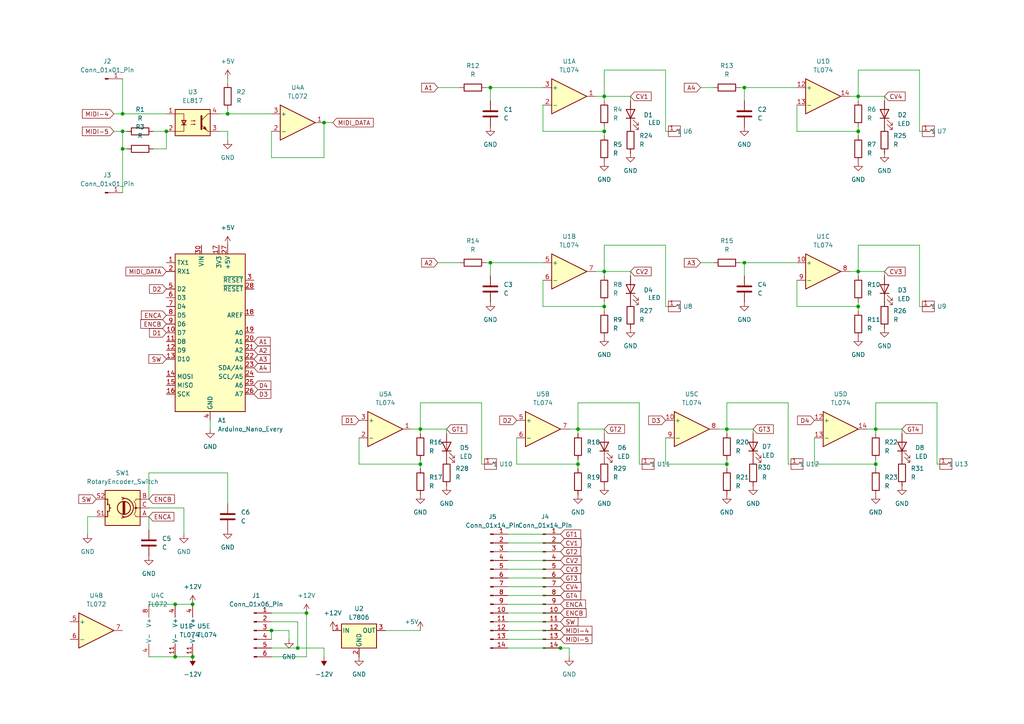
<source format=kicad_sch>
(kicad_sch (version 20231120) (generator "eeschema") (generator_version "8.0")
  (paper "A4")
  (lib_symbols
    (symbol "Amplifier_Operational:TL072" (pin_names (offset 0.127))
      (property "Reference" "U" (at 0 5.08 0))
      (property "Value" "TL072" (at 0 -5.08 0))
      (symbol "TL072_1_1"
        (pin output line (at 7.62 0 180) (length 2.54) (name "~") (number "1"))
        (pin input line (at -7.62 -2.54 0) (length 2.54) (name "-") (number "2"))
        (pin input line (at -7.62 2.54 0) (length 2.54) (name "+") (number "3"))
      )
      (symbol "TL072_2_1"
        (pin input line (at -7.62 2.54 0) (length 2.54) (name "+") (number "5"))
        (pin input line (at -7.62 -2.54 0) (length 2.54) (name "-") (number "6"))
        (pin output line (at 7.62 0 180) (length 2.54) (name "~") (number "7"))
      )
      (symbol "TL072_3_1"
        (pin power_in line (at -2.54 -7.62 90) (length 3.81) (name "V-") (number "4"))
        (pin power_in line (at -2.54 7.62 270) (length 3.81) (name "V+") (number "8"))
      )
    )
    (symbol "Amplifier_Operational:TL074" (pin_names (offset 0.127))
      (property "Reference" "U" (at 0 5.08 0))
      (property "Value" "TL074" (at 0 -5.08 0))
      (symbol "TL074_1_1"
        (pin output line (at 7.62 0 180) (length 2.54) (name "~") (number "1"))
        (pin input line (at -7.62 -2.54 0) (length 2.54) (name "-") (number "2"))
        (pin input line (at -7.62 2.54 0) (length 2.54) (name "+") (number "3"))
      )
      (symbol "TL074_2_1"
        (pin input line (at -7.62 2.54 0) (length 2.54) (name "+") (number "5"))
        (pin input line (at -7.62 -2.54 0) (length 2.54) (name "-") (number "6"))
        (pin output line (at 7.62 0 180) (length 2.54) (name "~") (number "7"))
      )
      (symbol "TL074_3_1"
        (pin input line (at -7.62 2.54 0) (length 2.54) (name "+") (number "10"))
        (pin output line (at 7.62 0 180) (length 2.54) (name "~") (number "8"))
        (pin input line (at -7.62 -2.54 0) (length 2.54) (name "-") (number "9"))
      )
      (symbol "TL074_4_1"
        (pin input line (at -7.62 2.54 0) (length 2.54) (name "+") (number "12"))
        (pin input line (at -7.62 -2.54 0) (length 2.54) (name "-") (number "13"))
        (pin output line (at 7.62 0 180) (length 2.54) (name "~") (number "14"))
      )
      (symbol "TL074_5_1"
        (pin power_in line (at -2.54 -7.62 90) (length 3.81) (name "V-") (number "11"))
        (pin power_in line (at -2.54 7.62 270) (length 3.81) (name "V+") (number "4"))
      )
    )
    (symbol "Connector:Conn_01x01_Pin" (pin_names (offset 1.016) hide)
      (property "Reference" "J" (at 0 2.54 0))
      (property "Value" "Conn_01x01_Pin" (at 0 -2.54 0))
      (symbol "Conn_01x01_Pin_1_1"
        (pin passive line (at 5.08 0 180) (length 3.81) (name "Pin_1") (number "1"))
      )
    )
    (symbol "Connector:Conn_01x06_Pin" (pin_names (offset 1.016) hide)
      (property "Reference" "J" (at 0 7.62 0))
      (property "Value" "Conn_01x06_Pin" (at 0 -10.16 0))
      (symbol "Conn_01x06_Pin_1_1"
        (pin passive line (at 5.08 5.08 180) (length 3.81) (name "Pin_1") (number "1"))
        (pin passive line (at 5.08 2.54 180) (length 3.81) (name "Pin_2") (number "2"))
        (pin passive line (at 5.08 0 180) (length 3.81) (name "Pin_3") (number "3"))
        (pin passive line (at 5.08 -2.54 180) (length 3.81) (name "Pin_4") (number "4"))
        (pin passive line (at 5.08 -5.08 180) (length 3.81) (name "Pin_5") (number "5"))
        (pin passive line (at 5.08 -7.62 180) (length 3.81) (name "Pin_6") (number "6"))
      )
    )
    (symbol "Connector:Conn_01x14_Pin" (pin_names (offset 1.016) hide)
      (property "Reference" "J" (at 0 17.78 0))
      (property "Value" "Conn_01x14_Pin" (at 0 -20.32 0))
      (symbol "Conn_01x14_Pin_1_1"
        (pin passive line (at 5.08 15.24 180) (length 3.81) (name "Pin_1") (number "1"))
        (pin passive line (at 5.08 -7.62 180) (length 3.81) (name "Pin_10") (number "10"))
        (pin passive line (at 5.08 -10.16 180) (length 3.81) (name "Pin_11") (number "11"))
        (pin passive line (at 5.08 -12.7 180) (length 3.81) (name "Pin_12") (number "12"))
        (pin passive line (at 5.08 -15.24 180) (length 3.81) (name "Pin_13") (number "13"))
        (pin passive line (at 5.08 -17.78 180) (length 3.81) (name "Pin_14") (number "14"))
        (pin passive line (at 5.08 12.7 180) (length 3.81) (name "Pin_2") (number "2"))
        (pin passive line (at 5.08 10.16 180) (length 3.81) (name "Pin_3") (number "3"))
        (pin passive line (at 5.08 7.62 180) (length 3.81) (name "Pin_4") (number "4"))
        (pin passive line (at 5.08 5.08 180) (length 3.81) (name "Pin_5") (number "5"))
        (pin passive line (at 5.08 2.54 180) (length 3.81) (name "Pin_6") (number "6"))
        (pin passive line (at 5.08 0 180) (length 3.81) (name "Pin_7") (number "7"))
        (pin passive line (at 5.08 -2.54 180) (length 3.81) (name "Pin_8") (number "8"))
        (pin passive line (at 5.08 -5.08 180) (length 3.81) (name "Pin_9") (number "9"))
      )
    )
    (symbol "Device:C" (pin_numbers hide) (pin_names (offset 0.254))
      (property "Reference" "C" (at 0.635 2.54 0))
      (property "Value" "C" (at 0.635 -2.54 0))
      (symbol "C_1_1"
        (pin passive line (at 0 3.81 270) (length 2.794) (name "~") (number "1"))
        (pin passive line (at 0 -3.81 90) (length 2.794) (name "~") (number "2"))
      )
    )
    (symbol "Device:LED" (pin_numbers hide) (pin_names (offset 1.016) hide)
      (property "Reference" "D" (at 0 2.54 0))
      (property "Value" "LED" (at 0 -2.54 0))
      (symbol "LED_1_1"
        (pin passive line (at -3.81 0 0) (length 2.54) (name "K") (number "1"))
        (pin passive line (at 3.81 0 180) (length 2.54) (name "A") (number "2"))
      )
    )
    (symbol "Device:R" (pin_numbers hide) (pin_names (offset 0))
      (property "Reference" "R" (at 2.032 0 90))
      (property "Value" "R" (at 0 0 90))
      (symbol "R_1_1"
        (pin passive line (at 0 3.81 270) (length 1.27) (name "~") (number "1"))
        (pin passive line (at 0 -3.81 90) (length 1.27) (name "~") (number "2"))
      )
    )
    (symbol "Device:RotaryEncoder_Switch" (pin_names (offset 0.254) hide)
      (property "Reference" "SW" (at 0 6.604 0))
      (property "Value" "RotaryEncoder_Switch" (at 0 -6.604 0))
      (symbol "RotaryEncoder_Switch_1_1"
        (pin passive line (at -7.62 2.54 0) (length 2.54) (name "A") (number "A"))
        (pin passive line (at -7.62 -2.54 0) (length 2.54) (name "B") (number "B"))
        (pin passive line (at -7.62 0 0) (length 2.54) (name "C") (number "C"))
        (pin passive line (at 7.62 2.54 180) (length 2.54) (name "S1") (number "S1"))
        (pin passive line (at 7.62 -2.54 180) (length 2.54) (name "S2") (number "S2"))
      )
    )
    (symbol "HEJ:Aux_flush"
      (property "Reference" "U" (at -0.0508 5.3848 0))
      (symbol "Aux_flush_1_1"
        (pin bidirectional line (at 1.7272 0 180) (length 2) (name "1") (number "1"))
      )
    )
    (symbol "Isolator:EL817" (pin_names (offset 1.016))
      (property "Reference" "U" (at -5.08 5.08 0))
      (property "Value" "EL817" (at 0 5.08 0))
      (symbol "EL817_1_1"
        (pin passive line (at -7.62 2.54 0) (length 2.54) (name "~") (number "1"))
        (pin passive line (at -7.62 -2.54 0) (length 2.54) (name "~") (number "2"))
        (pin passive line (at 7.62 -2.54 180) (length 2.54) (name "~") (number "3"))
        (pin passive line (at 7.62 2.54 180) (length 2.54) (name "~") (number "4"))
      )
    )
    (symbol "MCU_Module:Arduino_Nano_Every"
      (property "Reference" "A" (at -10.16 23.495 0))
      (property "Value" "Arduino_Nano_Every" (at 5.08 -24.13 0))
      (symbol "Arduino_Nano_Every_1_1"
        (pin bidirectional line (at -12.7 20.32 0) (length 2.54) (name "TX1") (number "1"))
        (pin bidirectional line (at -12.7 0 0) (length 2.54) (name "D7") (number "10"))
        (pin bidirectional line (at -12.7 -2.54 0) (length 2.54) (name "D8") (number "11"))
        (pin bidirectional line (at -12.7 -5.08 0) (length 2.54) (name "D9") (number "12"))
        (pin bidirectional line (at -12.7 -7.62 0) (length 2.54) (name "D10") (number "13"))
        (pin bidirectional line (at -12.7 -12.7 0) (length 2.54) (name "MOSI") (number "14"))
        (pin bidirectional line (at -12.7 -15.24 0) (length 2.54) (name "MISO") (number "15"))
        (pin bidirectional line (at -12.7 -17.78 0) (length 2.54) (name "SCK") (number "16"))
        (pin power_out line (at 2.54 25.4 270) (length 2.54) (name "3V3") (number "17"))
        (pin input line (at 12.7 5.08 180) (length 2.54) (name "AREF") (number "18"))
        (pin bidirectional line (at 12.7 0 180) (length 2.54) (name "A0") (number "19"))
        (pin bidirectional line (at -12.7 17.78 0) (length 2.54) (name "RX1") (number "2"))
        (pin bidirectional line (at 12.7 -2.54 180) (length 2.54) (name "A1") (number "20"))
        (pin bidirectional line (at 12.7 -5.08 180) (length 2.54) (name "A2") (number "21"))
        (pin bidirectional line (at 12.7 -7.62 180) (length 2.54) (name "A3") (number "22"))
        (pin bidirectional line (at 12.7 -10.16 180) (length 2.54) (name "SDA/A4") (number "23"))
        (pin bidirectional line (at 12.7 -12.7 180) (length 2.54) (name "SCL/A5") (number "24"))
        (pin bidirectional line (at 12.7 -15.24 180) (length 2.54) (name "A6") (number "25"))
        (pin bidirectional line (at 12.7 -17.78 180) (length 2.54) (name "A7") (number "26"))
        (pin power_out line (at 5.08 25.4 270) (length 2.54) (name "+5V") (number "27"))
        (pin input line (at 12.7 12.7 180) (length 2.54) (name "~{RESET}") (number "28"))
        (pin passive line (at 0 -25.4 90) (length 2.54) hide (name "GND") (number "29"))
        (pin input line (at 12.7 15.24 180) (length 2.54) (name "~{RESET}") (number "3"))
        (pin power_in line (at -2.54 25.4 270) (length 2.54) (name "VIN") (number "30"))
        (pin power_in line (at 0 -25.4 90) (length 2.54) (name "GND") (number "4"))
        (pin bidirectional line (at -12.7 12.7 0) (length 2.54) (name "D2") (number "5"))
        (pin bidirectional line (at -12.7 10.16 0) (length 2.54) (name "D3") (number "6"))
        (pin bidirectional line (at -12.7 7.62 0) (length 2.54) (name "D4") (number "7"))
        (pin bidirectional line (at -12.7 5.08 0) (length 2.54) (name "D5") (number "8"))
        (pin bidirectional line (at -12.7 2.54 0) (length 2.54) (name "D6") (number "9"))
      )
    )
    (symbol "Regulator_Linear:L7806" (pin_names (offset 0.254))
      (property "Reference" "U" (at -3.81 3.175 0))
      (property "Value" "L7806" (at 0 3.175 0))
      (symbol "L7806_1_1"
        (pin power_in line (at -7.62 0 0) (length 2.54) (name "IN") (number "1"))
        (pin power_in line (at 0 -7.62 90) (length 2.54) (name "GND") (number "2"))
        (pin power_out line (at 7.62 0 180) (length 2.54) (name "OUT") (number "3"))
      )
    )
    (symbol "power:+12V" (power) (pin_names (offset 0))
      (property "Value" "+12V" (at 0 3.556 0))
      (symbol "+12V_1_1"
        (pin power_in line (at 0 0 90) (length 0) hide (name "+12V") (number "1"))
      )
    )
    (symbol "power:+5V" (power) (pin_names (offset 0))
      (property "Value" "+5V" (at 0 3.556 0))
      (symbol "+5V_1_1"
        (pin power_in line (at 0 0 90) (length 0) hide (name "+5V") (number "1"))
      )
    )
    (symbol "power:-12V" (power) (pin_names (offset 0))
      (property "Value" "-12V" (at 0 3.81 0))
      (symbol "-12V_0_0"
        (pin power_in line (at 0 0 90) (length 0) hide (name "-12V") (number "1"))
      )
    )
    (symbol "power:GND" (power) (pin_names (offset 0))
      (property "Value" "GND" (at 0 -3.81 0))
      (symbol "GND_1_1"
        (pin power_in line (at 0 0 270) (length 0) hide (name "GND") (number "1"))
      )
    )
  )
  (junction (at 210.82 134.62))
  (junction (at 254 134.62))
  (junction (at 175.26 78.74))
  (junction (at 162.56 187.96))
  (junction (at 215.9 25.4))
  (junction (at 35.56 38.1))
  (junction (at 175.26 88.9))
  (junction (at 210.82 124.46))
  (junction (at 254 124.46))
  (junction (at 142.24 25.4))
  (junction (at 248.92 78.74))
  (junction (at 93.98 35.56))
  (junction (at 248.92 88.9))
  (junction (at 121.92 134.62))
  (junction (at 248.92 38.1))
  (junction (at 35.56 33.02))
  (junction (at 55.88 175.26))
  (junction (at 142.24 76.2))
  (junction (at 248.92 27.94))
  (junction (at 35.56 43.18))
  (junction (at 50.8 190.5))
  (junction (at 48.26 38.1))
  (junction (at 121.92 124.46))
  (junction (at 78.74 182.88))
  (junction (at 55.88 190.5))
  (junction (at 215.9 76.2))
  (junction (at 86.36 187.96))
  (junction (at 175.26 38.1))
  (junction (at 167.64 134.62))
  (junction (at 175.26 27.94))
  (junction (at 167.64 124.46))
  (junction (at 66.04 33.02))
  (junction (at 88.9 177.8))
  (junction (at 50.8 175.26))
  (wire (pts (xy 147.32 185.42) (xy 162.56 185.42)))
  (wire (pts (xy 35.56 22.86) (xy 35.56 33.02)))
  (wire (pts (xy 66.04 40.64) (xy 66.04 38.1)))
  (wire (pts (xy 129.54 124.46) (xy 129.54 125.73)))
  (wire (pts (xy 208.28 124.46) (xy 210.82 124.46)))
  (wire (pts (xy 248.92 27.94) (xy 248.92 20.32)))
  (wire (pts (xy 266.7 71.12) (xy 266.7 88.9)))
  (wire (pts (xy 139.7 116.84) (xy 139.7 134.62)))
  (wire (pts (xy 172.72 78.74) (xy 175.26 78.74)))
  (wire (pts (xy 175.26 27.94) (xy 182.88 27.94)))
  (wire (pts (xy 78.74 190.5) (xy 88.9 190.5)))
  (wire (pts (xy 147.32 154.94) (xy 162.56 154.94)))
  (wire (pts (xy 78.74 182.88) (xy 78.74 185.42)))
  (wire (pts (xy 228.6 134.62) (xy 229.4128 134.62)))
  (wire (pts (xy 231.14 88.9) (xy 248.92 88.9)))
  (wire (pts (xy 48.26 38.1) (xy 48.26 43.18)))
  (wire (pts (xy 33.02 33.02) (xy 35.56 33.02)))
  (wire (pts (xy 147.32 170.18) (xy 162.56 170.18)))
  (wire (pts (xy 165.1 190.5) (xy 165.1 187.96)))
  (wire (pts (xy 215.9 76.2) (xy 231.14 76.2)))
  (wire (pts (xy 93.98 45.72) (xy 93.98 35.56)))
  (wire (pts (xy 121.92 116.84) (xy 139.7 116.84)))
  (wire (pts (xy 93.98 190.5) (xy 93.98 187.96)))
  (wire (pts (xy 25.4 154.94) (xy 25.4 149.86)))
  (wire (pts (xy 210.82 124.46) (xy 210.82 125.73)))
  (wire (pts (xy 121.92 124.46) (xy 121.92 125.73)))
  (wire (pts (xy 121.92 124.46) (xy 121.92 116.84)))
  (wire (pts (xy 210.82 124.46) (xy 218.44 124.46)))
  (wire (pts (xy 175.26 124.46) (xy 175.26 125.73)))
  (wire (pts (xy 147.32 187.96) (xy 162.56 187.96)))
  (wire (pts (xy 175.26 78.74) (xy 182.88 78.74)))
  (wire (pts (xy 231.14 30.48) (xy 231.14 38.1)))
  (wire (pts (xy 203.2 25.4) (xy 207.01 25.4)))
  (wire (pts (xy 248.92 38.1) (xy 248.92 39.37)))
  (wire (pts (xy 66.04 33.02) (xy 78.74 33.02)))
  (wire (pts (xy 254 124.46) (xy 261.62 124.46)))
  (wire (pts (xy 66.04 22.86) (xy 66.04 24.13)))
  (wire (pts (xy 147.32 160.02) (xy 162.56 160.02)))
  (wire (pts (xy 147.32 172.72) (xy 162.56 172.72)))
  (wire (pts (xy 142.24 29.21) (xy 142.24 25.4)))
  (wire (pts (xy 231.14 38.1) (xy 248.92 38.1)))
  (wire (pts (xy 248.92 27.94) (xy 248.92 29.21)))
  (wire (pts (xy 66.04 137.16) (xy 66.04 146.05)))
  (wire (pts (xy 43.18 149.86) (xy 43.18 153.67)))
  (wire (pts (xy 121.92 182.88) (xy 111.76 182.88)))
  (wire (pts (xy 175.26 88.9) (xy 175.26 90.17)))
  (wire (pts (xy 203.2 76.2) (xy 207.01 76.2)))
  (wire (pts (xy 246.38 78.74) (xy 248.92 78.74)))
  (wire (pts (xy 248.92 78.74) (xy 248.92 71.12)))
  (wire (pts (xy 175.26 78.74) (xy 175.26 80.01)))
  (wire (pts (xy 175.26 36.83) (xy 175.26 38.1)))
  (wire (pts (xy 251.46 124.46) (xy 254 124.46)))
  (wire (pts (xy 215.9 25.4) (xy 231.14 25.4)))
  (wire (pts (xy 165.1 187.96) (xy 162.56 187.96)))
  (wire (pts (xy 228.6 116.84) (xy 228.6 134.62)))
  (wire (pts (xy 248.92 87.63) (xy 248.92 88.9)))
  (wire (pts (xy 248.92 71.12) (xy 266.7 71.12)))
  (wire (pts (xy 60.96 121.92) (xy 60.96 124.46)))
  (wire (pts (xy 254 134.62) (xy 254 135.89)))
  (wire (pts (xy 236.22 127) (xy 236.22 134.62)))
  (wire (pts (xy 66.04 33.02) (xy 66.04 31.75)))
  (wire (pts (xy 248.92 78.74) (xy 256.54 78.74)))
  (wire (pts (xy 78.74 38.1) (xy 78.74 45.72)))
  (wire (pts (xy 121.92 133.35) (xy 121.92 134.62)))
  (wire (pts (xy 157.48 30.48) (xy 157.48 38.1)))
  (wire (pts (xy 210.82 124.46) (xy 210.82 116.84)))
  (wire (pts (xy 83.82 182.88) (xy 78.74 182.88)))
  (wire (pts (xy 254 133.35) (xy 254 134.62)))
  (wire (pts (xy 147.32 182.88) (xy 162.56 182.88)))
  (wire (pts (xy 147.32 180.34) (xy 162.56 180.34)))
  (wire (pts (xy 167.64 133.35) (xy 167.64 134.62)))
  (wire (pts (xy 182.88 27.94) (xy 182.88 29.21)))
  (wire (pts (xy 254 124.46) (xy 254 116.84)))
  (wire (pts (xy 50.8 175.26) (xy 55.88 175.26)))
  (wire (pts (xy 140.97 25.4) (xy 142.24 25.4)))
  (wire (pts (xy 210.82 133.35) (xy 210.82 134.62)))
  (wire (pts (xy 185.42 116.84) (xy 185.42 134.62)))
  (wire (pts (xy 157.48 81.28) (xy 157.48 88.9)))
  (wire (pts (xy 248.92 27.94) (xy 256.54 27.94)))
  (wire (pts (xy 44.45 43.18) (xy 48.26 43.18)))
  (wire (pts (xy 210.82 134.62) (xy 210.82 135.89)))
  (wire (pts (xy 86.36 180.34) (xy 86.36 187.96)))
  (wire (pts (xy 142.24 76.2) (xy 157.48 76.2)))
  (wire (pts (xy 246.38 27.94) (xy 248.92 27.94)))
  (wire (pts (xy 35.56 38.1) (xy 36.83 38.1)))
  (wire (pts (xy 193.04 20.32) (xy 193.04 38.1)))
  (wire (pts (xy 104.14 134.62) (xy 121.92 134.62)))
  (wire (pts (xy 142.24 80.01) (xy 142.24 76.2)))
  (wire (pts (xy 193.04 88.9) (xy 193.8528 88.9)))
  (wire (pts (xy 248.92 78.74) (xy 248.92 80.01)))
  (wire (pts (xy 256.54 27.94) (xy 256.54 29.21)))
  (wire (pts (xy 236.22 134.62) (xy 254 134.62)))
  (wire (pts (xy 167.64 124.46) (xy 175.26 124.46)))
  (wire (pts (xy 214.63 76.2) (xy 215.9 76.2)))
  (wire (pts (xy 36.83 43.18) (xy 35.56 43.18)))
  (wire (pts (xy 193.04 71.12) (xy 193.04 88.9)))
  (wire (pts (xy 215.9 29.21) (xy 215.9 25.4)))
  (wire (pts (xy 147.32 167.64) (xy 162.56 167.64)))
  (wire (pts (xy 43.18 144.78) (xy 43.18 137.16)))
  (wire (pts (xy 167.64 116.84) (xy 185.42 116.84)))
  (wire (pts (xy 78.74 45.72) (xy 93.98 45.72)))
  (wire (pts (xy 147.32 162.56) (xy 162.56 162.56)))
  (wire (pts (xy 157.48 88.9) (xy 175.26 88.9)))
  (wire (pts (xy 254 124.46) (xy 254 125.73)))
  (wire (pts (xy 157.48 38.1) (xy 175.26 38.1)))
  (wire (pts (xy 127 25.4) (xy 133.35 25.4)))
  (wire (pts (xy 33.02 38.1) (xy 35.56 38.1)))
  (wire (pts (xy 53.34 147.32) (xy 43.18 147.32)))
  (wire (pts (xy 147.32 177.8) (xy 162.56 177.8)))
  (wire (pts (xy 175.26 27.94) (xy 175.26 29.21)))
  (wire (pts (xy 261.62 124.46) (xy 261.62 125.73)))
  (wire (pts (xy 147.32 175.26) (xy 162.56 175.26)))
  (wire (pts (xy 63.5 33.02) (xy 66.04 33.02)))
  (wire (pts (xy 167.64 124.46) (xy 167.64 116.84)))
  (wire (pts (xy 266.7 38.1) (xy 267.5128 38.1)))
  (wire (pts (xy 266.7 20.32) (xy 266.7 38.1)))
  (wire (pts (xy 271.78 116.84) (xy 271.78 134.62)))
  (wire (pts (xy 44.45 38.1) (xy 48.26 38.1)))
  (wire (pts (xy 25.4 149.86) (xy 27.94 149.86)))
  (wire (pts (xy 104.14 127) (xy 104.14 134.62)))
  (wire (pts (xy 121.92 134.62) (xy 121.92 135.89)))
  (wire (pts (xy 175.26 78.74) (xy 175.26 71.12)))
  (wire (pts (xy 35.56 43.18) (xy 35.56 55.88)))
  (wire (pts (xy 248.92 36.83) (xy 248.92 38.1)))
  (wire (pts (xy 83.82 185.42) (xy 83.82 182.88)))
  (wire (pts (xy 172.72 27.94) (xy 175.26 27.94)))
  (wire (pts (xy 119.38 124.46) (xy 121.92 124.46)))
  (wire (pts (xy 175.26 71.12) (xy 193.04 71.12)))
  (wire (pts (xy 88.9 190.5) (xy 88.9 177.8)))
  (wire (pts (xy 140.97 76.2) (xy 142.24 76.2)))
  (wire (pts (xy 127 76.2) (xy 133.35 76.2)))
  (wire (pts (xy 53.34 154.94) (xy 53.34 147.32)))
  (wire (pts (xy 248.92 20.32) (xy 266.7 20.32)))
  (wire (pts (xy 121.92 124.46) (xy 129.54 124.46)))
  (wire (pts (xy 165.1 124.46) (xy 167.64 124.46)))
  (wire (pts (xy 139.7 134.62) (xy 140.5128 134.62)))
  (wire (pts (xy 185.42 134.62) (xy 186.2328 134.62)))
  (wire (pts (xy 231.14 81.28) (xy 231.14 88.9)))
  (wire (pts (xy 167.64 124.46) (xy 167.64 125.73)))
  (wire (pts (xy 193.04 134.62) (xy 210.82 134.62)))
  (wire (pts (xy 254 116.84) (xy 271.78 116.84)))
  (wire (pts (xy 182.88 78.74) (xy 182.88 80.01)))
  (wire (pts (xy 66.04 38.1) (xy 63.5 38.1)))
  (wire (pts (xy 218.44 124.46) (xy 218.44 125.73)))
  (wire (pts (xy 167.64 134.62) (xy 167.64 135.89)))
  (wire (pts (xy 256.54 78.74) (xy 256.54 80.01)))
  (wire (pts (xy 93.98 35.56) (xy 96.52 35.56)))
  (wire (pts (xy 147.32 157.48) (xy 162.56 157.48)))
  (wire (pts (xy 50.8 190.5) (xy 55.88 190.5)))
  (wire (pts (xy 175.26 27.94) (xy 175.26 20.32)))
  (wire (pts (xy 175.26 38.1) (xy 175.26 39.37)))
  (wire (pts (xy 43.18 137.16) (xy 66.04 137.16)))
  (wire (pts (xy 175.26 87.63) (xy 175.26 88.9)))
  (wire (pts (xy 43.18 175.26) (xy 50.8 175.26)))
  (wire (pts (xy 78.74 180.34) (xy 86.36 180.34)))
  (wire (pts (xy 193.04 127) (xy 193.04 134.62)))
  (wire (pts (xy 271.78 134.62) (xy 272.5928 134.62)))
  (wire (pts (xy 35.56 33.02) (xy 48.26 33.02)))
  (wire (pts (xy 193.04 38.1) (xy 193.8528 38.1)))
  (wire (pts (xy 78.74 177.8) (xy 88.9 177.8)))
  (wire (pts (xy 43.18 190.5) (xy 50.8 190.5)))
  (wire (pts (xy 214.63 25.4) (xy 215.9 25.4)))
  (wire (pts (xy 35.56 43.18) (xy 35.56 38.1)))
  (wire (pts (xy 210.82 116.84) (xy 228.6 116.84)))
  (wire (pts (xy 93.98 187.96) (xy 86.36 187.96)))
  (wire (pts (xy 248.92 88.9) (xy 248.92 90.17)))
  (wire (pts (xy 266.7 88.9) (xy 267.5128 88.9)))
  (wire (pts (xy 149.86 134.62) (xy 167.64 134.62)))
  (wire (pts (xy 175.26 20.32) (xy 193.04 20.32)))
  (wire (pts (xy 147.32 165.1) (xy 162.56 165.1)))
  (wire (pts (xy 215.9 80.01) (xy 215.9 76.2)))
  (wire (pts (xy 149.86 127) (xy 149.86 134.62)))
  (wire (pts (xy 86.36 187.96) (xy 78.74 187.96)))
  (wire (pts (xy 142.24 25.4) (xy 157.48 25.4)))
  (global_label "MIDI-5" (shape input) (at 33.02 38.1 180) (property "Intersheetrefs" "${INTERSHEET_REFS}" (effects (hide yes))))
  (global_label "D2" (shape input) (at 149.86 121.92 180) (property "Intersheetrefs" "${INTERSHEET_REFS}" (effects (hide yes))))
  (global_label "SW" (shape input) (at 27.94 144.78 180) (property "Intersheetrefs" "${INTERSHEET_REFS}" (effects (hide yes))))
  (global_label "A4" (shape input) (at 203.2 25.4 180) (property "Intersheetrefs" "${INTERSHEET_REFS}" (effects (hide yes))))
  (global_label "MIDI-5" (shape input) (at 162.56 185.42 0) (property "Intersheetrefs" "${INTERSHEET_REFS}" (effects (hide yes))))
  (global_label "A3" (shape input) (at 73.66 104.14 0) (property "Intersheetrefs" "${INTERSHEET_REFS}" (effects (hide yes))))
  (global_label "CV1" (shape input) (at 162.56 157.48 0) (property "Intersheetrefs" "${INTERSHEET_REFS}" (effects (hide yes))))
  (global_label "D4" (shape input) (at 73.66 111.76 0) (property "Intersheetrefs" "${INTERSHEET_REFS}" (effects (hide yes))))
  (global_label "A1" (shape input) (at 73.66 99.06 0) (property "Intersheetrefs" "${INTERSHEET_REFS}" (effects (hide yes))))
  (global_label "CV3" (shape input) (at 256.54 78.74 0) (property "Intersheetrefs" "${INTERSHEET_REFS}" (effects (hide yes))))
  (global_label "MIDI_DATA" (shape input) (at 48.26 78.74 180) (property "Intersheetrefs" "${INTERSHEET_REFS}" (effects (hide yes))))
  (global_label "ENCA" (shape input) (at 162.56 175.26 0) (property "Intersheetrefs" "${INTERSHEET_REFS}" (effects (hide yes))))
  (global_label "MIDI_DATA" (shape input) (at 96.52 35.56 0) (property "Intersheetrefs" "${INTERSHEET_REFS}" (effects (hide yes))))
  (global_label "A4" (shape input) (at 73.66 106.68 0) (property "Intersheetrefs" "${INTERSHEET_REFS}" (effects (hide yes))))
  (global_label "D1" (shape input) (at 104.14 121.92 180) (property "Intersheetrefs" "${INTERSHEET_REFS}" (effects (hide yes))))
  (global_label "D3" (shape input) (at 193.04 121.92 180) (property "Intersheetrefs" "${INTERSHEET_REFS}" (effects (hide yes))))
  (global_label "GT4" (shape input) (at 162.56 172.72 0) (property "Intersheetrefs" "${INTERSHEET_REFS}" (effects (hide yes))))
  (global_label "D4" (shape input) (at 236.22 121.92 180) (property "Intersheetrefs" "${INTERSHEET_REFS}" (effects (hide yes))))
  (global_label "GT3" (shape input) (at 162.56 167.64 0) (property "Intersheetrefs" "${INTERSHEET_REFS}" (effects (hide yes))))
  (global_label "MIDI-4" (shape input) (at 162.56 182.88 0) (property "Intersheetrefs" "${INTERSHEET_REFS}" (effects (hide yes))))
  (global_label "ENCB" (shape input) (at 43.18 144.78 0) (property "Intersheetrefs" "${INTERSHEET_REFS}" (effects (hide yes))))
  (global_label "D3" (shape input) (at 73.66 114.3 0) (property "Intersheetrefs" "${INTERSHEET_REFS}" (effects (hide yes))))
  (global_label "A2" (shape input) (at 127 76.2 180) (property "Intersheetrefs" "${INTERSHEET_REFS}" (effects (hide yes))))
  (global_label "GT1" (shape input) (at 129.54 124.46 0) (property "Intersheetrefs" "${INTERSHEET_REFS}" (effects (hide yes))))
  (global_label "ENCA" (shape input) (at 43.18 149.86 0) (property "Intersheetrefs" "${INTERSHEET_REFS}" (effects (hide yes))))
  (global_label "D1" (shape input) (at 48.26 96.52 180) (property "Intersheetrefs" "${INTERSHEET_REFS}" (effects (hide yes))))
  (global_label "GT4" (shape input) (at 261.62 124.46 0) (property "Intersheetrefs" "${INTERSHEET_REFS}" (effects (hide yes))))
  (global_label "A3" (shape input) (at 203.2 76.2 180) (property "Intersheetrefs" "${INTERSHEET_REFS}" (effects (hide yes))))
  (global_label "GT2" (shape input) (at 175.26 124.46 0) (property "Intersheetrefs" "${INTERSHEET_REFS}" (effects (hide yes))))
  (global_label "CV4" (shape input) (at 256.54 27.94 0) (property "Intersheetrefs" "${INTERSHEET_REFS}" (effects (hide yes))))
  (global_label "SW" (shape input) (at 48.26 104.14 180) (property "Intersheetrefs" "${INTERSHEET_REFS}" (effects (hide yes))))
  (global_label "GT1" (shape input) (at 162.56 154.94 0) (property "Intersheetrefs" "${INTERSHEET_REFS}" (effects (hide yes))))
  (global_label "ENCB" (shape input) (at 162.56 177.8 0) (property "Intersheetrefs" "${INTERSHEET_REFS}" (effects (hide yes))))
  (global_label "ENCA" (shape input) (at 48.26 91.44 180) (property "Intersheetrefs" "${INTERSHEET_REFS}" (effects (hide yes))))
  (global_label "SW" (shape input) (at 162.56 180.34 0) (property "Intersheetrefs" "${INTERSHEET_REFS}" (effects (hide yes))))
  (global_label "ENCB" (shape input) (at 48.26 93.98 180) (property "Intersheetrefs" "${INTERSHEET_REFS}" (effects (hide yes))))
  (global_label "MIDI-4" (shape input) (at 33.02 33.02 180) (property "Intersheetrefs" "${INTERSHEET_REFS}" (effects (hide yes))))
  (global_label "CV2" (shape input) (at 182.88 78.74 0) (property "Intersheetrefs" "${INTERSHEET_REFS}" (effects (hide yes))))
  (global_label "GT3" (shape input) (at 218.44 124.46 0) (property "Intersheetrefs" "${INTERSHEET_REFS}" (effects (hide yes))))
  (global_label "A2" (shape input) (at 73.66 101.6 0) (property "Intersheetrefs" "${INTERSHEET_REFS}" (effects (hide yes))))
  (global_label "CV2" (shape input) (at 162.56 162.56 0) (property "Intersheetrefs" "${INTERSHEET_REFS}" (effects (hide yes))))
  (global_label "D2" (shape input) (at 48.26 83.82 180) (property "Intersheetrefs" "${INTERSHEET_REFS}" (effects (hide yes))))
  (global_label "GT2" (shape input) (at 162.56 160.02 0) (property "Intersheetrefs" "${INTERSHEET_REFS}" (effects (hide yes))))
  (global_label "A1" (shape input) (at 127 25.4 180) (property "Intersheetrefs" "${INTERSHEET_REFS}" (effects (hide yes))))
  (global_label "CV3" (shape input) (at 162.56 165.1 0) (property "Intersheetrefs" "${INTERSHEET_REFS}" (effects (hide yes))))
  (global_label "CV1" (shape input) (at 182.88 27.94 0) (property "Intersheetrefs" "${INTERSHEET_REFS}" (effects (hide yes))))
  (global_label "CV4" (shape input) (at 162.56 170.18 0) (property "Intersheetrefs" "${INTERSHEET_REFS}" (effects (hide yes))))
  (symbol (lib_id "Device:LED") (at 175.26 129.54 90) (unit 1)
    (property "Reference" "D6" (at 179.07 129.8575 90) (effects (justify right)))
    (property "Value" "LED" (at 179.07 132.3975 90) (effects (justify right)))
    (property "Footprint" "LED_THT:LED_D3.0mm" (effects (hide yes)))
  )
  (symbol (lib_id "Device:LED") (at 256.54 33.02 90) (unit 1)
    (property "Reference" "D2" (at 260.35 33.3375 90) (effects (justify right)))
    (property "Value" "LED" (at 260.35 35.8775 90) (effects (justify right)))
    (property "Footprint" "LED_THT:LED_D3.0mm" (effects (hide yes)))
  )
  (symbol (lib_id "Device:LED") (at 182.88 83.82 90) (unit 1)
    (property "Reference" "D4" (at 186.69 84.1375 90) (effects (justify right)))
    (property "Value" "LED" (at 187.96 86.36 90) (effects (justify right)))
    (property "Footprint" "LED_THT:LED_D3.0mm" (effects (hide yes)))
  )
  (symbol (lib_id "Amplifier_Operational:TL074") (at 53.34 182.88 0) (unit 5)
    (property "Reference" "U1" (at 52.07 181.61 0) (effects (justify left)))
    (property "Value" "TL074" (at 52.07 184.15 0) (effects (justify left)))
    (property "Footprint" "Package_DIP:DIP-14_W7.62mm_Socket" (effects (hide yes)))
    (property "Datasheet" "http://www.ti.com/lit/ds/symlink/tl071.pdf" (effects (hide yes)))
  )
  (symbol (lib_id "Device:R") (at 248.92 93.98 0) (unit 1)
    (property "Reference" "R11" (at 251.46 92.71 0) (effects (justify left)))
    (property "Value" "R" (at 251.46 95.25 0) (effects (justify left)))
    (property "Footprint" "Resistor_THT:R_Axial_DIN0207_L6.3mm_D2.5mm_P7.62mm_Horizontal" (effects (hide yes)))
  )
  (symbol (lib_id "power:GND") (at 25.4 154.94 0) (unit 1)
    (property "Reference" "#PWR028" (effects (hide yes)))
    (property "Value" "GND" (at 25.4 160.02 0))
  )
  (symbol (lib_id "power:GND") (at 175.26 46.99 0) (unit 1)
    (property "Reference" "#PWR016" (effects (hide yes)))
    (property "Value" "GND" (at 175.26 52.07 0))
  )
  (symbol (lib_id "Amplifier_Operational:TL072") (at 86.36 35.56 0) (unit 1)
    (property "Reference" "U4" (at 86.36 25.4 0))
    (property "Value" "TL072" (at 86.36 27.94 0))
    (property "Footprint" "Package_DIP:DIP-8_W7.62mm" (effects (hide yes)))
    (property "Datasheet" "http://www.ti.com/lit/ds/symlink/tl071.pdf" (effects (hide yes)))
  )
  (symbol (lib_id "Device:R") (at 175.26 83.82 180) (unit 1)
    (property "Reference" "R8" (at 177.8 82.55 0) (effects (justify right)))
    (property "Value" "R" (at 177.8 85.09 0) (effects (justify right)))
    (property "Footprint" "Resistor_THT:R_Axial_DIN0207_L6.3mm_D2.5mm_P7.62mm_Horizontal" (effects (hide yes)))
  )
  (symbol (lib_id "Device:C") (at 43.18 157.48 0) (unit 1)
    (property "Reference" "C5" (at 46.99 156.21 0) (effects (justify left)))
    (property "Value" "C" (at 46.99 158.75 0) (effects (justify left)))
    (property "Footprint" "Capacitor_THT:C_Rect_L7.0mm_W2.5mm_P5.00mm" (effects (hide yes)))
  )
  (symbol (lib_id "power:GND") (at 53.34 154.94 0) (unit 1)
    (property "Reference" "#PWR029" (effects (hide yes)))
    (property "Value" "GND" (at 53.34 160.02 0))
  )
  (symbol (lib_id "Amplifier_Operational:TL074") (at 243.84 124.46 0) (unit 4)
    (property "Reference" "U5" (at 243.84 114.3 0))
    (property "Value" "TL074" (at 243.84 116.84 0))
    (property "Footprint" "Package_DIP:DIP-14_W7.62mm" (effects (hide yes)))
    (property "Datasheet" "http://www.ti.com/lit/ds/symlink/tl071.pdf" (effects (hide yes)))
  )
  (symbol (lib_id "power:-12V") (at 55.88 190.5 180) (unit 1)
    (property "Reference" "#PWR035" (effects (hide yes)))
    (property "Value" "-12V" (at 55.88 195.58 0))
  )
  (symbol (lib_id "HEJ:Aux_flush") (at 274.32 134.62 180) (unit 1)
    (property "Reference" "U13" (at 276.86 134.5946 0) (effects (justify right)))
    (property "Value" "Aux_flush" (effects (hide yes)))
    (property "Footprint" "Library:3mm5 Mono Aux" (effects (hide yes)))
  )
  (symbol (lib_id "Device:R") (at 167.64 139.7 0) (unit 1)
    (property "Reference" "R19" (at 170.18 138.43 0) (effects (justify left)))
    (property "Value" "R" (at 170.18 140.97 0) (effects (justify left)))
    (property "Footprint" "Resistor_THT:R_Axial_DIN0207_L6.3mm_D2.5mm_P7.62mm_Horizontal" (effects (hide yes)))
  )
  (symbol (lib_id "Device:C") (at 215.9 83.82 0) (unit 1)
    (property "Reference" "C4" (at 219.71 82.55 0) (effects (justify left)))
    (property "Value" "C" (at 219.71 85.09 0) (effects (justify left)))
    (property "Footprint" "Capacitor_THT:C_Rect_L7.0mm_W2.5mm_P5.00mm" (effects (hide yes)))
  )
  (symbol (lib_id "Device:RotaryEncoder_Switch") (at 35.56 147.32 180) (unit 1)
    (property "Reference" "SW1" (at 35.56 137.16 0))
    (property "Value" "RotaryEncoder_Switch" (at 35.56 139.7 0))
    (property "Footprint" "Rotary_Encoder:RotaryEncoder_Alps_EC11E-Switch_Vertical_H20mm" (effects (hide yes)))
  )
  (symbol (lib_id "Device:C") (at 215.9 33.02 0) (unit 1)
    (property "Reference" "C2" (at 219.71 31.75 0) (effects (justify left)))
    (property "Value" "C" (at 219.71 34.29 0) (effects (justify left)))
    (property "Footprint" "Capacitor_THT:C_Rect_L7.0mm_W2.5mm_P5.00mm" (effects (hide yes)))
  )
  (symbol (lib_id "Connector:Conn_01x14_Pin") (at 142.24 170.18 0) (unit 1)
    (property "Reference" "J5" (at 142.875 149.86 0))
    (property "Value" "Conn_01x14_Pin" (at 142.875 152.4 0))
    (property "Footprint" "Connector_PinHeader_2.54mm:PinHeader_1x14_P2.54mm_Vertical" (effects (hide yes)))
  )
  (symbol (lib_id "power:+12V") (at 96.52 182.88 0) (unit 1)
    (property "Reference" "#PWR04" (effects (hide yes)))
    (property "Value" "+12V" (at 96.52 177.8 0))
  )
  (symbol (lib_id "power:GND") (at 142.24 36.83 0) (unit 1)
    (property "Reference" "#PWR08" (effects (hide yes)))
    (property "Value" "GND" (at 142.24 41.91 0))
  )
  (symbol (lib_id "Device:R") (at 254 139.7 0) (unit 1)
    (property "Reference" "R23" (at 256.54 138.43 0) (effects (justify left)))
    (property "Value" "R" (at 256.54 140.97 0) (effects (justify left)))
    (property "Footprint" "Resistor_THT:R_Axial_DIN0207_L6.3mm_D2.5mm_P7.62mm_Horizontal" (effects (hide yes)))
  )
  (symbol (lib_id "power:GND") (at 248.92 97.79 0) (unit 1)
    (property "Reference" "#PWR019" (effects (hide yes)))
    (property "Value" "GND" (at 248.92 102.87 0))
  )
  (symbol (lib_id "Isolator:EL817") (at 55.88 35.56 0) (unit 1)
    (property "Reference" "U3" (at 55.88 26.67 0))
    (property "Value" "EL817" (at 55.88 29.21 0))
    (property "Footprint" "Package_DIP:DIP-4_W7.62mm" (effects (hide yes)))
    (property "Datasheet" "http://www.everlight.com/file/ProductFile/EL817.pdf" (effects (hide yes)))
  )
  (symbol (lib_id "power:GND") (at 142.24 87.63 0) (unit 1)
    (property "Reference" "#PWR012" (effects (hide yes)))
    (property "Value" "GND" (at 142.24 92.71 0))
  )
  (symbol (lib_id "power:GND") (at 121.92 143.51 0) (unit 1)
    (property "Reference" "#PWR09" (effects (hide yes)))
    (property "Value" "GND" (at 121.92 148.59 0))
  )
  (symbol (lib_id "HEJ:Aux_flush") (at 195.58 38.1 180) (unit 1)
    (property "Reference" "U6" (at 198.12 38.0746 0) (effects (justify right)))
    (property "Value" "Aux_flush" (effects (hide yes)))
    (property "Footprint" "Library:3mm5 Mono Aux" (effects (hide yes)))
  )
  (symbol (lib_id "Device:R") (at 256.54 91.44 0) (unit 1)
    (property "Reference" "R26" (at 259.08 90.17 0) (effects (justify left)))
    (property "Value" "R" (at 259.08 92.71 0) (effects (justify left)))
    (property "Footprint" "Resistor_THT:R_Axial_DIN0207_L6.3mm_D2.5mm_P7.62mm_Horizontal" (effects (hide yes)))
  )
  (symbol (lib_id "HEJ:Aux_flush") (at 142.24 134.62 180) (unit 1)
    (property "Reference" "U10" (at 144.78 134.5946 0) (effects (justify right)))
    (property "Value" "Aux_flush" (effects (hide yes)))
    (property "Footprint" "Library:3mm5 Mono Aux" (effects (hide yes)))
  )
  (symbol (lib_id "Amplifier_Operational:TL074") (at 111.76 124.46 0) (unit 1)
    (property "Reference" "U5" (at 111.76 114.3 0))
    (property "Value" "TL074" (at 111.76 116.84 0))
    (property "Footprint" "Package_DIP:DIP-14_W7.62mm" (effects (hide yes)))
    (property "Datasheet" "http://www.ti.com/lit/ds/symlink/tl071.pdf" (effects (hide yes)))
  )
  (symbol (lib_id "power:+12V") (at 55.88 175.26 0) (unit 1)
    (property "Reference" "#PWR034" (effects (hide yes)))
    (property "Value" "+12V" (at 55.88 170.18 0))
  )
  (symbol (lib_id "Device:R") (at 210.82 76.2 270) (unit 1)
    (property "Reference" "R15" (at 210.82 69.85 90))
    (property "Value" "R" (at 210.82 72.39 90))
    (property "Footprint" "Resistor_THT:R_Axial_DIN0207_L6.3mm_D2.5mm_P7.62mm_Horizontal" (effects (hide yes)))
  )
  (symbol (lib_id "Device:LED") (at 261.62 129.54 90) (unit 1)
    (property "Reference" "D8" (at 265.43 129.8575 90) (effects (justify right)))
    (property "Value" "LED" (at 265.43 132.3975 90) (effects (justify right)))
    (property "Footprint" "LED_THT:LED_D3.0mm" (effects (hide yes)))
  )
  (symbol (lib_id "power:GND") (at 60.96 124.46 0) (unit 1)
    (property "Reference" "#PWR05" (effects (hide yes)))
    (property "Value" "GND" (at 60.96 129.54 0))
  )
  (symbol (lib_id "Device:R") (at 248.92 43.18 0) (unit 1)
    (property "Reference" "R7" (at 251.46 41.91 0) (effects (justify left)))
    (property "Value" "R" (at 251.46 44.45 0) (effects (justify left)))
    (property "Footprint" "Resistor_THT:R_Axial_DIN0207_L6.3mm_D2.5mm_P7.62mm_Horizontal" (effects (hide yes)))
  )
  (symbol (lib_id "Device:R") (at 129.54 137.16 0) (unit 1)
    (property "Reference" "R28" (at 132.08 135.89 0) (effects (justify left)))
    (property "Value" "R" (at 132.08 138.43 0) (effects (justify left)))
    (property "Footprint" "Resistor_THT:R_Axial_DIN0207_L6.3mm_D2.5mm_P7.62mm_Horizontal" (effects (hide yes)))
  )
  (symbol (lib_id "HEJ:Aux_flush") (at 195.58 88.9 180) (unit 1)
    (property "Reference" "U8" (at 198.12 88.8745 0) (effects (justify right)))
    (property "Value" "Aux_flush" (effects (hide yes)))
    (property "Footprint" "Library:3mm5 Mono Aux" (effects (hide yes)))
  )
  (symbol (lib_id "power:GND") (at 83.82 185.42 0) (unit 1)
    (property "Reference" "#PWR033" (effects (hide yes)))
    (property "Value" "GND" (at 83.82 190.5 0))
  )
  (symbol (lib_id "Amplifier_Operational:TL074") (at 165.1 78.74 0) (unit 2)
    (property "Reference" "U1" (at 165.1 68.58 0))
    (property "Value" "TL074" (at 165.1 71.12 0))
    (property "Footprint" "Package_DIP:DIP-14_W7.62mm_Socket" (effects (hide yes)))
    (property "Datasheet" "http://www.ti.com/lit/ds/symlink/tl071.pdf" (effects (hide yes)))
  )
  (symbol (lib_id "Device:R") (at 210.82 129.54 180) (unit 1)
    (property "Reference" "R20" (at 213.36 128.27 0) (effects (justify right)))
    (property "Value" "R" (at 213.36 130.81 0) (effects (justify right)))
    (property "Footprint" "Resistor_THT:R_Axial_DIN0207_L6.3mm_D2.5mm_P7.62mm_Horizontal" (effects (hide yes)))
  )
  (symbol (lib_id "power:-12V") (at 93.98 190.5 180) (unit 1)
    (property "Reference" "#PWR032" (effects (hide yes)))
    (property "Value" "-12V" (at 93.98 195.58 0))
  )
  (symbol (lib_id "Device:R") (at 261.62 137.16 0) (unit 1)
    (property "Reference" "R31" (at 264.16 135.89 0) (effects (justify left)))
    (property "Value" "R" (at 264.16 138.43 0) (effects (justify left)))
    (property "Footprint" "Resistor_THT:R_Axial_DIN0207_L6.3mm_D2.5mm_P7.62mm_Horizontal" (effects (hide yes)))
  )
  (symbol (lib_id "power:GND") (at 43.18 161.29 0) (unit 1)
    (property "Reference" "#PWR036" (effects (hide yes)))
    (property "Value" "GND" (at 43.18 166.37 0))
  )
  (symbol (lib_id "power:GND") (at 104.14 190.5 0) (unit 1)
    (property "Reference" "#PWR03" (effects (hide yes)))
    (property "Value" "GND" (at 104.14 195.58 0))
  )
  (symbol (lib_id "power:GND") (at 129.54 140.97 0) (unit 1)
    (property "Reference" "#PWR024" (effects (hide yes)))
    (property "Value" "GND" (at 129.54 146.05 0))
  )
  (symbol (lib_id "power:GND") (at 254 143.51 0) (unit 1)
    (property "Reference" "#PWR015" (effects (hide yes)))
    (property "Value" "GND" (at 254 148.59 0))
  )
  (symbol (lib_id "Device:R") (at 137.16 25.4 270) (unit 1)
    (property "Reference" "R12" (at 137.16 19.05 90))
    (property "Value" "R" (at 137.16 21.59 90))
    (property "Footprint" "Resistor_THT:R_Axial_DIN0207_L6.3mm_D2.5mm_P7.62mm_Horizontal" (effects (hide yes)))
  )
  (symbol (lib_id "power:GND") (at 256.54 95.25 0) (unit 1)
    (property "Reference" "#PWR022" (effects (hide yes)))
    (property "Value" "GND" (at 256.54 100.33 0))
  )
  (symbol (lib_id "Connector:Conn_01x01_Pin") (at 30.48 22.86 0) (unit 1)
    (property "Reference" "J2" (at 31.115 17.78 0))
    (property "Value" "Conn_01x01_Pin" (at 31.115 20.32 0))
    (property "Footprint" "Connector_PinHeader_2.54mm:PinHeader_1x01_P2.54mm_Vertical" (effects (hide yes)))
  )
  (symbol (lib_id "power:GND") (at 248.92 46.99 0) (unit 1)
    (property "Reference" "#PWR017" (effects (hide yes)))
    (property "Value" "GND" (at 248.92 52.07 0))
  )
  (symbol (lib_id "Amplifier_Operational:TL074") (at 165.1 27.94 0) (unit 1)
    (property "Reference" "U1" (at 165.1 17.78 0))
    (property "Value" "TL074" (at 165.1 20.32 0))
    (property "Footprint" "Package_DIP:DIP-14_W7.62mm_Socket" (effects (hide yes)))
    (property "Datasheet" "http://www.ti.com/lit/ds/symlink/tl071.pdf" (effects (hide yes)))
  )
  (symbol (lib_id "Regulator_Linear:L7806") (at 104.14 182.88 0) (unit 1)
    (property "Reference" "U2" (at 104.14 176.53 0))
    (property "Value" "L7806" (at 104.14 179.07 0))
    (property "Footprint" "Package_TO_SOT_SMD:TO-252-3_TabPin2" (effects (hide yes)))
    (property "Datasheet" "http://www.st.com/content/ccc/resource/technical/document/datasheet/41/4f/b3/b0/12/d4/47/88/CD00000444.pdf/files/CD00000444.pdf/jcr:content/translations/en.CD00000444.pdf" (effects (hide yes)))
  )
  (symbol (lib_id "power:GND") (at 66.04 153.67 0) (unit 1)
    (property "Reference" "#PWR037" (effects (hide yes)))
    (property "Value" "GND" (at 66.04 158.75 0))
  )
  (symbol (lib_id "Connector:Conn_01x01_Pin") (at 30.48 55.88 0) (unit 1)
    (property "Reference" "J3" (at 31.115 50.8 0))
    (property "Value" "Conn_01x01_Pin" (at 31.115 53.34 0))
    (property "Footprint" "Connector_PinHeader_2.54mm:PinHeader_1x01_P2.54mm_Vertical" (effects (hide yes)))
  )
  (symbol (lib_id "power:+5V") (at 121.92 182.88 0) (unit 1)
    (property "Reference" "#PWR02" (effects (hide yes)))
    (property "Value" "+5V" (at 119.38 180.34 0))
  )
  (symbol (lib_id "Device:C") (at 142.24 33.02 0) (unit 1)
    (property "Reference" "C1" (at 146.05 31.75 0) (effects (justify left)))
    (property "Value" "C" (at 146.05 34.29 0) (effects (justify left)))
    (property "Footprint" "Capacitor_THT:C_Rect_L7.0mm_W2.5mm_P5.00mm" (effects (hide yes)))
  )
  (symbol (lib_id "Device:R") (at 248.92 33.02 180) (unit 1)
    (property "Reference" "R6" (at 251.46 31.75 0) (effects (justify right)))
    (property "Value" "R" (at 251.46 34.29 0) (effects (justify right)))
    (property "Footprint" "Resistor_THT:R_Axial_DIN0207_L6.3mm_D2.5mm_P7.62mm_Horizontal" (effects (hide yes)))
  )
  (symbol (lib_id "Device:R") (at 182.88 40.64 0) (unit 1)
    (property "Reference" "R24" (at 185.42 39.37 0) (effects (justify left)))
    (property "Value" "R" (at 185.42 41.91 0) (effects (justify left)))
    (property "Footprint" "Resistor_THT:R_Axial_DIN0207_L6.3mm_D2.5mm_P7.62mm_Horizontal" (effects (hide yes)))
  )
  (symbol (lib_id "power:GND") (at 256.54 44.45 0) (unit 1)
    (property "Reference" "#PWR021" (effects (hide yes)))
    (property "Value" "GND" (at 256.54 49.53 0))
  )
  (symbol (lib_id "HEJ:Aux_flush") (at 269.24 88.9 180) (unit 1)
    (property "Reference" "U9" (at 271.78 88.8745 0) (effects (justify right)))
    (property "Value" "Aux_flush" (effects (hide yes)))
    (property "Footprint" "Library:3mm5 Mono Aux" (effects (hide yes)))
  )
  (symbol (lib_id "Device:R") (at 182.88 91.44 0) (unit 1)
    (property "Reference" "R27" (at 185.42 90.17 0) (effects (justify left)))
    (property "Value" "R" (at 185.42 92.71 0) (effects (justify left)))
    (property "Footprint" "Resistor_THT:R_Axial_DIN0207_L6.3mm_D2.5mm_P7.62mm_Horizontal" (effects (hide yes)))
  )
  (symbol (lib_id "Device:LED") (at 182.88 33.02 90) (unit 1)
    (property "Reference" "D1" (at 186.69 33.3375 90) (effects (justify right)))
    (property "Value" "LED" (at 187.96 35.56 90) (effects (justify right)))
    (property "Footprint" "LED_THT:LED_D3.0mm" (effects (hide yes)))
  )
  (symbol (lib_id "Device:R") (at 256.54 40.64 0) (unit 1)
    (property "Reference" "R25" (at 259.08 39.37 0) (effects (justify left)))
    (property "Value" "R" (at 259.08 41.91 0) (effects (justify left)))
    (property "Footprint" "Resistor_THT:R_Axial_DIN0207_L6.3mm_D2.5mm_P7.62mm_Horizontal" (effects (hide yes)))
  )
  (symbol (lib_id "Device:R") (at 175.26 33.02 180) (unit 1)
    (property "Reference" "R4" (at 177.8 31.75 0) (effects (justify right)))
    (property "Value" "R" (at 177.8 34.29 0) (effects (justify right)))
    (property "Footprint" "Resistor_THT:R_Axial_DIN0207_L6.3mm_D2.5mm_P7.62mm_Horizontal" (effects (hide yes)))
  )
  (symbol (lib_id "power:GND") (at 182.88 95.25 0) (unit 1)
    (property "Reference" "#PWR023" (effects (hide yes)))
    (property "Value" "GND" (at 182.88 100.33 0))
  )
  (symbol (lib_id "power:GND") (at 167.64 143.51 0) (unit 1)
    (property "Reference" "#PWR011" (effects (hide yes)))
    (property "Value" "GND" (at 167.64 148.59 0))
  )
  (symbol (lib_id "power:GND") (at 215.9 36.83 0) (unit 1)
    (property "Reference" "#PWR010" (effects (hide yes)))
    (property "Value" "GND" (at 215.9 41.91 0))
  )
  (symbol (lib_id "Amplifier_Operational:TL072") (at 45.72 182.88 0) (unit 3)
    (property "Reference" "U4" (at 45.72 172.72 0))
    (property "Value" "TL072" (at 45.72 175.26 0))
    (property "Footprint" "Package_DIP:DIP-8_W7.62mm" (effects (hide yes)))
    (property "Datasheet" "http://www.ti.com/lit/ds/symlink/tl071.pdf" (effects (hide yes)))
  )
  (symbol (lib_id "Amplifier_Operational:TL074") (at 238.76 27.94 0) (unit 4)
    (property "Reference" "U1" (at 238.76 17.78 0))
    (property "Value" "TL074" (at 238.76 20.32 0))
    (property "Footprint" "Package_DIP:DIP-14_W7.62mm_Socket" (effects (hide yes)))
    (property "Datasheet" "http://www.ti.com/lit/ds/symlink/tl071.pdf" (effects (hide yes)))
  )
  (symbol (lib_id "Device:R") (at 175.26 93.98 0) (unit 1)
    (property "Reference" "R9" (at 177.8 92.71 0) (effects (justify left)))
    (property "Value" "R" (at 177.8 95.25 0) (effects (justify left)))
    (property "Footprint" "Resistor_THT:R_Axial_DIN0207_L6.3mm_D2.5mm_P7.62mm_Horizontal" (effects (hide yes)))
  )
  (symbol (lib_id "Device:R") (at 254 129.54 180) (unit 1)
    (property "Reference" "R22" (at 256.54 128.27 0) (effects (justify right)))
    (property "Value" "R" (at 256.54 130.81 0) (effects (justify right)))
    (property "Footprint" "Resistor_THT:R_Axial_DIN0207_L6.3mm_D2.5mm_P7.62mm_Horizontal" (effects (hide yes)))
  )
  (symbol (lib_id "Device:R") (at 218.44 137.16 0) (unit 1)
    (property "Reference" "R30" (at 219.71 135.5725 0) (effects (justify left)))
    (property "Value" "R" (at 220.98 138.43 0) (effects (justify left)))
    (property "Footprint" "Resistor_THT:R_Axial_DIN0207_L6.3mm_D2.5mm_P7.62mm_Horizontal" (effects (hide yes)))
  )
  (symbol (lib_id "Connector:Conn_01x14_Pin") (at 157.48 170.18 0) (unit 1)
    (property "Reference" "J4" (at 158.115 149.86 0))
    (property "Value" "Conn_01x14_Pin" (at 158.115 152.4 0))
    (property "Footprint" "Connector_PinHeader_2.54mm:PinHeader_1x14_P2.54mm_Vertical" (effects (hide yes)))
  )
  (symbol (lib_id "power:GND") (at 175.26 97.79 0) (unit 1)
    (property "Reference" "#PWR018" (effects (hide yes)))
    (property "Value" "GND" (at 175.26 102.87 0))
  )
  (symbol (lib_id "HEJ:Aux_flush") (at 269.24 38.1 180) (unit 1)
    (property "Reference" "U7" (at 271.78 38.0745 0) (effects (justify right)))
    (property "Value" "Aux_flush" (effects (hide yes)))
    (property "Footprint" "Library:3mm5 Mono Aux" (effects (hide yes)))
  )
  (symbol (lib_id "Device:R") (at 248.92 83.82 180) (unit 1)
    (property "Reference" "R10" (at 251.46 82.55 0) (effects (justify right)))
    (property "Value" "R" (at 251.46 85.09 0) (effects (justify right)))
    (property "Footprint" "Resistor_THT:R_Axial_DIN0207_L6.3mm_D2.5mm_P7.62mm_Horizontal" (effects (hide yes)))
  )
  (symbol (lib_id "power:GND") (at 175.26 140.97 0) (unit 1)
    (property "Reference" "#PWR025" (effects (hide yes)))
    (property "Value" "GND" (at 175.26 146.05 0))
  )
  (symbol (lib_id "MCU_Module:Arduino_Nano_Every") (at 60.96 96.52 0) (unit 1)
    (property "Reference" "A1" (at 63.1541 121.92 0) (effects (justify left)))
    (property "Value" "Arduino_Nano_Every" (at 63.1541 124.46 0) (effects (justify left)))
    (property "Footprint" "Module:Arduino_Nano" (effects (hide yes)))
    (property "Datasheet" "https://content.arduino.cc/assets/NANOEveryV3.0_sch.pdf" (effects (hide yes)))
  )
  (symbol (lib_id "Amplifier_Operational:TL072") (at 27.94 182.88 0) (unit 2)
    (property "Reference" "U4" (at 27.94 172.72 0))
    (property "Value" "TL072" (at 27.94 175.26 0))
    (property "Footprint" "Package_DIP:DIP-8_W7.62mm" (effects (hide yes)))
    (property "Datasheet" "http://www.ti.com/lit/ds/symlink/tl071.pdf" (effects (hide yes)))
  )
  (symbol (lib_id "Device:LED") (at 129.54 129.54 90) (unit 1)
    (property "Reference" "D5" (at 133.35 129.8575 90) (effects (justify right)))
    (property "Value" "LED" (at 133.35 132.3975 90) (effects (justify right)))
    (property "Footprint" "LED_THT:LED_D3.0mm" (effects (hide yes)))
  )
  (symbol (lib_id "Amplifier_Operational:TL074") (at 58.42 182.88 0) (unit 5)
    (property "Reference" "U5" (at 57.15 181.61 0) (effects (justify left)))
    (property "Value" "TL074" (at 57.15 184.15 0) (effects (justify left)))
    (property "Footprint" "Package_DIP:DIP-14_W7.62mm" (effects (hide yes)))
    (property "Datasheet" "http://www.ti.com/lit/ds/symlink/tl071.pdf" (effects (hide yes)))
  )
  (symbol (lib_id "Connector:Conn_01x06_Pin") (at 73.66 182.88 0) (unit 1)
    (property "Reference" "J1" (at 74.295 172.72 0))
    (property "Value" "Conn_01x06_Pin" (at 74.295 175.26 0))
    (property "Footprint" "Connector_PinSocket_2.54mm:PinSocket_1x06_P2.54mm_Vertical" (effects (hide yes)))
  )
  (symbol (lib_id "Device:R") (at 40.64 43.18 270) (unit 1)
    (property "Reference" "R3" (at 40.64 36.83 90))
    (property "Value" "R" (at 40.64 39.37 90))
    (property "Footprint" "Resistor_THT:R_Axial_DIN0207_L6.3mm_D2.5mm_P7.62mm_Horizontal" (effects (hide yes)))
  )
  (symbol (lib_id "Amplifier_Operational:TL074") (at 238.76 78.74 0) (unit 3)
    (property "Reference" "U1" (at 238.76 68.58 0))
    (property "Value" "TL074" (at 238.76 71.12 0))
    (property "Footprint" "Package_DIP:DIP-14_W7.62mm_Socket" (effects (hide yes)))
    (property "Datasheet" "http://www.ti.com/lit/ds/symlink/tl071.pdf" (effects (hide yes)))
  )
  (symbol (lib_id "power:+12V") (at 88.9 177.8 0) (unit 1)
    (property "Reference" "#PWR031" (effects (hide yes)))
    (property "Value" "+12V" (at 88.9 172.72 0))
  )
  (symbol (lib_id "power:GND") (at 261.62 140.97 0) (unit 1)
    (property "Reference" "#PWR027" (effects (hide yes)))
    (property "Value" "GND" (at 261.62 146.05 0))
  )
  (symbol (lib_id "power:GND") (at 165.1 190.5 0) (unit 1)
    (property "Reference" "#PWR030" (effects (hide yes)))
    (property "Value" "GND" (at 165.1 195.58 0))
  )
  (symbol (lib_id "Amplifier_Operational:TL074") (at 157.48 124.46 0) (unit 2)
    (property "Reference" "U5" (at 157.48 114.3 0))
    (property "Value" "TL074" (at 157.48 116.84 0))
    (property "Footprint" "Package_DIP:DIP-14_W7.62mm" (effects (hide yes)))
    (property "Datasheet" "http://www.ti.com/lit/ds/symlink/tl071.pdf" (effects (hide yes)))
  )
  (symbol (lib_id "Device:R") (at 40.64 38.1 90) (unit 1)
    (property "Reference" "R1" (at 40.64 31.75 90))
    (property "Value" "R" (at 40.64 34.29 90))
    (property "Footprint" "Resistor_THT:R_Axial_DIN0207_L6.3mm_D2.5mm_P7.62mm_Horizontal" (effects (hide yes)))
  )
  (symbol (lib_id "power:+5V") (at 66.04 71.12 0) (unit 1)
    (property "Reference" "#PWR01" (effects (hide yes)))
    (property "Value" "+5V" (at 66.04 66.04 0))
  )
  (symbol (lib_id "power:+5V") (at 66.04 22.86 0) (unit 1)
    (property "Reference" "#PWR07" (effects (hide yes)))
    (property "Value" "+5V" (at 66.04 17.78 0))
  )
  (symbol (lib_id "Device:R") (at 210.82 25.4 270) (unit 1)
    (property "Reference" "R13" (at 210.82 19.05 90))
    (property "Value" "R" (at 210.82 21.59 90))
    (property "Footprint" "Resistor_THT:R_Axial_DIN0207_L6.3mm_D2.5mm_P7.62mm_Horizontal" (effects (hide yes)))
  )
  (symbol (lib_id "Device:R") (at 66.04 27.94 180) (unit 1)
    (property "Reference" "R2" (at 68.58 26.67 0) (effects (justify right)))
    (property "Value" "R" (at 68.58 29.21 0) (effects (justify right)))
    (property "Footprint" "Resistor_THT:R_Axial_DIN0207_L6.3mm_D2.5mm_P7.62mm_Horizontal" (effects (hide yes)))
  )
  (symbol (lib_id "HEJ:Aux_flush") (at 231.14 134.62 180) (unit 1)
    (property "Reference" "U12" (at 233.68 134.5946 0) (effects (justify right)))
    (property "Value" "Aux_flush" (effects (hide yes)))
    (property "Footprint" "Library:3mm5 Mono Aux" (effects (hide yes)))
  )
  (symbol (lib_id "Device:R") (at 167.64 129.54 180) (unit 1)
    (property "Reference" "R18" (at 170.18 128.27 0) (effects (justify right)))
    (property "Value" "R" (at 170.18 130.81 0) (effects (justify right)))
    (property "Footprint" "Resistor_THT:R_Axial_DIN0207_L6.3mm_D2.5mm_P7.62mm_Horizontal" (effects (hide yes)))
  )
  (symbol (lib_id "Device:LED") (at 256.54 83.82 90) (unit 1)
    (property "Reference" "D3" (at 260.35 84.1375 90) (effects (justify right)))
    (property "Value" "LED" (at 260.35 86.6775 90) (effects (justify right)))
    (property "Footprint" "LED_THT:LED_D3.0mm" (effects (hide yes)))
  )
  (symbol (lib_id "power:GND") (at 66.04 40.64 0) (unit 1)
    (property "Reference" "#PWR06" (effects (hide yes)))
    (property "Value" "GND" (at 66.04 45.72 0))
  )
  (symbol (lib_id "Device:R") (at 175.26 43.18 0) (unit 1)
    (property "Reference" "R5" (at 177.8 41.91 0) (effects (justify left)))
    (property "Value" "R" (at 177.8 44.45 0) (effects (justify left)))
    (property "Footprint" "Resistor_THT:R_Axial_DIN0207_L6.3mm_D2.5mm_P7.62mm_Horizontal" (effects (hide yes)))
  )
  (symbol (lib_id "power:GND") (at 182.88 44.45 0) (unit 1)
    (property "Reference" "#PWR020" (effects (hide yes)))
    (property "Value" "GND" (at 182.88 49.53 0))
  )
  (symbol (lib_id "Device:C") (at 66.04 149.86 0) (unit 1)
    (property "Reference" "C6" (at 69.85 148.59 0) (effects (justify left)))
    (property "Value" "C" (at 69.85 151.13 0) (effects (justify left)))
    (property "Footprint" "Capacitor_THT:C_Rect_L7.0mm_W2.5mm_P5.00mm" (effects (hide yes)))
  )
  (symbol (lib_id "Device:R") (at 121.92 139.7 0) (unit 1)
    (property "Reference" "R17" (at 124.46 138.43 0) (effects (justify left)))
    (property "Value" "R" (at 124.46 140.97 0) (effects (justify left)))
    (property "Footprint" "Resistor_THT:R_Axial_DIN0207_L6.3mm_D2.5mm_P7.62mm_Horizontal" (effects (hide yes)))
  )
  (symbol (lib_id "power:GND") (at 210.82 143.51 0) (unit 1)
    (property "Reference" "#PWR013" (effects (hide yes)))
    (property "Value" "GND" (at 210.82 148.59 0))
  )
  (symbol (lib_id "power:GND") (at 218.44 140.97 0) (unit 1)
    (property "Reference" "#PWR026" (effects (hide yes)))
    (property "Value" "GND" (at 218.44 146.05 0))
  )
  (symbol (lib_id "power:GND") (at 215.9 87.63 0) (unit 1)
    (property "Reference" "#PWR014" (effects (hide yes)))
    (property "Value" "GND" (at 215.9 92.71 0))
  )
  (symbol (lib_id "Device:R") (at 137.16 76.2 270) (unit 1)
    (property "Reference" "R14" (at 137.16 69.85 90))
    (property "Value" "R" (at 137.16 72.39 90))
    (property "Footprint" "Resistor_THT:R_Axial_DIN0207_L6.3mm_D2.5mm_P7.62mm_Horizontal" (effects (hide yes)))
  )
  (symbol (lib_id "Device:R") (at 121.92 129.54 180) (unit 1)
    (property "Reference" "R16" (at 124.46 128.27 0) (effects (justify right)))
    (property "Value" "R" (at 124.46 130.81 0) (effects (justify right)))
    (property "Footprint" "Resistor_THT:R_Axial_DIN0207_L6.3mm_D2.5mm_P7.62mm_Horizontal" (effects (hide yes)))
  )
  (symbol (lib_id "Device:R") (at 175.26 137.16 0) (unit 1)
    (property "Reference" "R29" (at 177.8 135.89 0) (effects (justify left)))
    (property "Value" "R" (at 177.8 138.43 0) (effects (justify left)))
    (property "Footprint" "Resistor_THT:R_Axial_DIN0207_L6.3mm_D2.5mm_P7.62mm_Horizontal" (effects (hide yes)))
  )
  (symbol (lib_id "Device:LED") (at 218.44 129.54 90) (unit 1)
    (property "Reference" "D7" (at 220.98 129.54 90) (effects (justify right)))
    (property "Value" "LED" (at 220.98 132.08 90) (effects (justify right)))
    (property "Footprint" "LED_THT:LED_D3.0mm" (effects (hide yes)))
  )
  (symbol (lib_id "HEJ:Aux_flush") (at 187.96 134.62 180) (unit 1)
    (property "Reference" "U11" (at 190.5 134.5946 0) (effects (justify right)))
    (property "Value" "Aux_flush" (effects (hide yes)))
    (property "Footprint" "Library:3mm5 Mono Aux" (effects (hide yes)))
  )
  (symbol (lib_id "Amplifier_Operational:TL074") (at 200.66 124.46 0) (unit 3)
    (property "Reference" "U5" (at 200.66 114.3 0))
    (property "Value" "TL074" (at 200.66 116.84 0))
    (property "Footprint" "Package_DIP:DIP-14_W7.62mm" (effects (hide yes)))
    (property "Datasheet" "http://www.ti.com/lit/ds/symlink/tl071.pdf" (effects (hide yes)))
  )
  (symbol (lib_id "Device:C") (at 142.24 83.82 0) (unit 1)
    (property "Reference" "C3" (at 146.05 82.55 0) (effects (justify left)))
    (property "Value" "C" (at 146.05 85.09 0) (effects (justify left)))
    (property "Footprint" "Capacitor_THT:C_Rect_L7.0mm_W2.5mm_P5.00mm" (effects (hide yes)))
  )
  (symbol (lib_id "Device:R") (at 210.82 139.7 0) (unit 1)
    (property "Reference" "R21" (at 213.36 138.43 0) (effects (justify left)))
    (property "Value" "R" (at 213.36 140.97 0) (effects (justify left)))
    (property "Footprint" "Resistor_THT:R_Axial_DIN0207_L6.3mm_D2.5mm_P7.62mm_Horizontal" (effects (hide yes)))
  )
)
</source>
